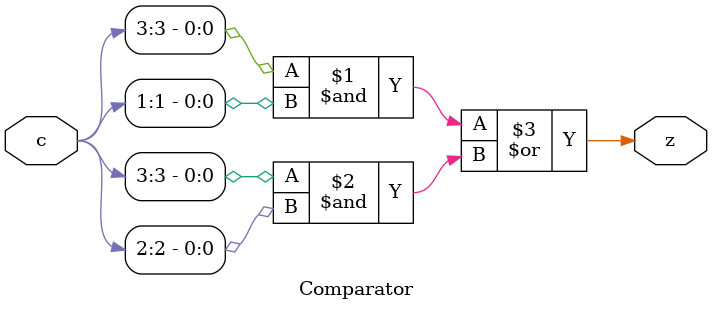
<source format=v>
module Comparator(c, z);
input [3:0] c;
output z;
assign z = (c[3] & c[1]) | (c[3] & c[2]);
endmodule 
</source>
